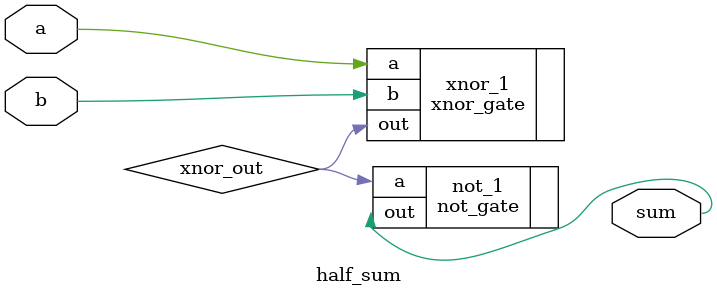
<source format=v>
`timescale 1ns / 1ps

module half_sum(a, b, sum);
	input a, b;
	
	output sum;
	
	wire xnor_out;
	
	xnor_gate xnor_1(.a(a), .b(b), .out(xnor_out));
	not_gate not_1(.a(xnor_out), .out(sum));
endmodule

</source>
